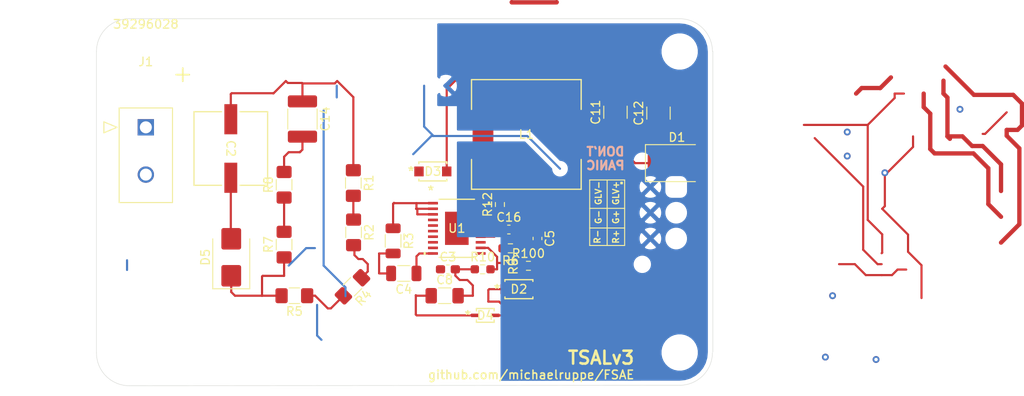
<source format=kicad_pcb>
(kicad_pcb (version 20221018) (generator pcbnew)
  (layers (0 "F.Cu" signal) (31 "B.Cu" signal) (34 "B.Paste" user) (35 "F.Paste" user) (36 "B.SilkS" user "B.Silkscreen") (37 "F.SilkS" user "F.Silkscreen") (38 "B.Mask" user) (39 "F.Mask" user) (44 "Edge.Cuts" user))
  (net 0 "")
  (net 1 "/+HV")
  (net 2 "Net-(R1-Pad2)")
  (net 3 "Net-(R7-Pad2)")
  (net 4 "/Vin")
  (net 5 "Net-(R2-Pad2)")
  (net 6 "Net-(R4-Pad2)")
  (net 7 "Net-(C4-Pad2)")
  (net 8 "Net-(C5-Pad1)")
  (net 9 "GND")
  (net 10 "Net-(U1-DCM)")
  (net 11 "Net-(D1-K)")
  (net 12 "Net-(U1-IREG{slash}SS)")
  (net 13 "Net-(U1-VC)")
  (net 14 "Net-(U1-FB)")
  (net 15 "Net-(U1-SOURCE)")
  (net 16 "Net-(U1-SMODE)")
  (net 19 "Net-(C3-Pad2)")
  (net 20 "Net-(U1-BIAS)")
  (net 21 "Net-(D2-Pad1)")
  (footprint "Resistor_SMD:R_1206_3216Metric_Pad1.42x1.75mm_HandSolder" (layer "F.Cu") (at 78.5368 81.7118 -135)
    (fp_text reference "R4" (at 0 -1.82 45) (layer "F.SilkS"))
    (fp_text value "249k")
    (fp_line (start -0.602064 -0.91) (end 0.602064 -0.91) (stroke (width 0.12)) (layer "F.SilkS"))
    (fp_line (start -0.602064 0.91) (end 0.602064 0.91) (stroke (width 0.12)) (layer "F.SilkS"))
    (pad "1" smd roundrect (at -1.4875 0 225) (size 1.425 1.75) (layers "F.Cu" "F.Paste" "F.Mask") (roundrect_rratio 0.175439) (net 5 "Net-(R2-Pad2)"))
    (pad "2" smd roundrect (at 1.4875 0 225) (size 1.425 1.75) (layers "F.Cu" "F.Paste" "F.Mask") (roundrect_rratio 0.175439) (net 6 "Net-(R4-Pad2)"))
  )
  (footprint "Resistor_SMD:R_1206_3216Metric_Pad1.42x1.75mm_HandSolder" (layer "F.Cu") (at 71.7804 82.7532 180)
    (fp_text reference "R5" (at 0 -1.82) (layer "F.SilkS"))
    (fp_text value "249k")
    (fp_line (start -0.602064 -0.91) (end 0.602064 -0.91) (stroke (width 0.12)) (layer "F.SilkS"))
    (fp_line (start -0.602064 0.91) (end 0.602064 0.91) (stroke (width 0.12)) (layer "F.SilkS"))
    (pad "1" smd roundrect (at -1.4875 0 180) (size 1.425 1.75) (layers "F.Cu" "F.Paste" "F.Mask") (roundrect_rratio 0.175439) (net 6 "Net-(R4-Pad2)"))
    (pad "2" smd roundrect (at 1.4875 0 180) (size 1.425 1.75) (layers "F.Cu" "F.Paste" "F.Mask") (roundrect_rratio 0.175439) (net 4 "/Vin"))
  )
  (footprint "Resistor_SMD:R_1206_3216Metric_Pad1.42x1.75mm_HandSolder" (layer "F.Cu") (at 78.6638 75.3872 -90)
    (fp_text reference "R2" (at 0 -1.82 90) (layer "F.SilkS"))
    (fp_text value "249k")
    (fp_line (start -0.602064 -0.91) (end 0.602064 -0.91) (stroke (width 0.12)) (layer "F.SilkS"))
    (fp_line (start -0.602064 0.91) (end 0.602064 0.91) (stroke (width 0.12)) (layer "F.SilkS"))
    (pad "1" smd roundrect (at -1.4875 0 270) (size 1.425 1.75) (layers "F.Cu" "F.Paste" "F.Mask") (roundrect_rratio 0.175439) (net 2 "Net-(R1-Pad2)"))
    (pad "2" smd roundrect (at 1.4875 0 270) (size 1.425 1.75) (layers "F.Cu" "F.Paste" "F.Mask") (roundrect_rratio 0.175439) (net 5 "Net-(R2-Pad2)"))
  )
  (footprint "Resistor_SMD:R_1206_3216Metric_Pad1.42x1.75mm_HandSolder" (layer "F.Cu") (at 70.5866 76.8096 90)
    (fp_text reference "R7" (at 0 -1.82 90) (layer "F.SilkS"))
    (fp_text value "20K")
    (fp_line (start -0.602064 -0.91) (end 0.602064 -0.91) (stroke (width 0.12)) (layer "F.SilkS"))
    (fp_line (start -0.602064 0.91) (end 0.602064 0.91) (stroke (width 0.12)) (layer "F.SilkS"))
    (pad "1" smd roundrect (at -1.4875 0 90) (size 1.425 1.75) (layers "F.Cu" "F.Paste" "F.Mask") (roundrect_rratio 0.175439) (net 4 "/Vin"))
    (pad "2" smd roundrect (at 1.4875 0 90) (size 1.425 1.75) (layers "F.Cu" "F.Paste" "F.Mask") (roundrect_rratio 0.175439) (net 3 "Net-(R7-Pad2)"))
  )
  (footprint "Resistor_SMD:R_1206_3216Metric_Pad1.42x1.75mm_HandSolder" (layer "F.Cu") (at 70.5866 69.85 90)
    (fp_text reference "R8" (at 0 -1.82 90) (layer "F.SilkS"))
    (fp_text value "1K")
    (fp_line (start -0.602064 -0.91) (end 0.602064 -0.91) (stroke (width 0.12)) (layer "F.SilkS"))
    (fp_line (start -0.602064 0.91) (end 0.602064 0.91) (stroke (width 0.12)) (layer "F.SilkS"))
    (pad "1" smd roundrect (at -1.4875 0 90) (size 1.425 1.75) (layers "F.Cu" "F.Paste" "F.Mask") (roundrect_rratio 0.175439) (net 3 "Net-(R7-Pad2)"))
    (pad "2" smd roundrect (at 1.4875 0 90) (size 1.425 1.75) (layers "F.Cu" "F.Paste" "F.Mask") (roundrect_rratio 0.175439) (net 9 "GND"))
  )
  (footprint "TSAL-HVM:SOD-123FL_425AD_OSI" (layer "F.Cu") (at 97.8916 81.9912)
    (fp_text reference "D2" (at 0 0 unlocked) (layer "F.SilkS"))
    (fp_text value "ES1JFL")
    (fp_text user "*" (at -2.54 0) (layer "F.SilkS"))
    (fp_text user "*" (at -2.54 0 unlocked) (layer "F.SilkS"))
    (fp_line (start -1.6256 -1.1049) (end -1.6256 -0.90424) (stroke (width 0.1524)) (layer "F.SilkS"))
    (fp_line (start -1.6256 0.90424) (end -1.6256 1.1049) (stroke (width 0.1524)) (layer "F.SilkS"))
    (fp_line (start -1.6256 1.1049) (end 1.6256 1.1049) (stroke (width 0.1524)) (layer "F.SilkS"))
    (fp_line (start 1.6256 -1.1049) (end -1.6256 -1.1049) (stroke (width 0.1524)) (layer "F.SilkS"))
    (fp_line (start 1.6256 -0.90424) (end 1.6256 -1.1049) (stroke (width 0.1524)) (layer "F.SilkS"))
    (fp_line (start 1.6256 1.1049) (end 1.6256 0.90424) (stroke (width 0.1524)) (layer "F.SilkS"))
    (pad "1" smd rect (at -1.6129 0) (size 1.0922 1.143) (layers "F.Cu" "F.Paste" "F.Mask") (net 21 "Net-(D2-Pad1)"))
    (pad "2" smd rect (at 1.6129 0) (size 1.0922 1.143) (layers "F.Cu" "F.Paste" "F.Mask") (net 11 "Net-(D1-K)"))
  )
  (footprint "Resistor_SMD:R_1206_3216Metric_Pad1.42x1.75mm_HandSolder" (layer "F.Cu") (at 78.6384 69.6468 -90)
    (fp_text reference "R1" (at 0 -1.82 90) (layer "F.SilkS"))
    (fp_text value "249k")
    (fp_line (start -0.602064 -0.91) (end 0.602064 -0.91) (stroke (width 0.12)) (layer "F.SilkS"))
    (fp_line (start -0.602064 0.91) (end 0.602064 0.91) (stroke (width 0.12)) (layer "F.SilkS"))
    (pad "1" smd roundrect (at -1.4875 0 270) (size 1.425 1.75) (layers "F.Cu" "F.Paste" "F.Mask") (roundrect_rratio 0.175439) (net 1 "/+HV"))
    (pad "2" smd roundrect (at 1.4875 0 270) (size 1.425 1.75) (layers "F.Cu" "F.Paste" "F.Mask") (roundrect_rratio 0.175439) (net 2 "Net-(R1-Pad2)"))
  )
  (footprint "MountingHole:MountingHole_3.2mm_M3" (layer "F.Cu") (at 116.586 89.356)
    (fp_text reference "MH4" hide)
    (fp_text value "MountingHole_3.2mm_M3")
    (pad "" np_thru_hole circle locked (at 0 0) (size 3.2 3.2) (drill 3.2) (layers "*.Cu" "*.Mask"))
  )
  (footprint "MountingHole:MountingHole_3.2mm_M3" (layer "F.Cu") (at 52.578 89.408)
    (fp_text reference "MH3" hide)
    (fp_text value "MountingHole_3.2mm_M3")
    (pad "" np_thru_hole circle locked (at 0 0) (size 3.2 3.2) (drill 3.2) (layers "*.Cu" "*.Mask"))
  )
  (footprint "MountingHole:MountingHole_3.2mm_M3" (layer "F.Cu") (at 116.586 54.356)
    (fp_text reference "MH2" hide)
    (fp_text value "MountingHole_3.2mm_M3")
    (pad "" np_thru_hole circle locked (at 0 0) (size 3.2 3.2) (drill 3.2) (layers "*.Cu" "*.Mask"))
  )
  (footprint "MountingHole:MountingHole_3.2mm_M3" (layer "F.Cu") (at 52.578 54.356)
    (fp_text reference "MH1" hide)
    (fp_text value "MountingHole_3.2mm_M3")
    (pad "" np_thru_hole circle locked (at 0 0) (size 3.2 3.2) (drill 3.2) (layers "*.Cu" "*.Mask"))
  )
  (footprint "Resistor_SMD:R_0201_0603Metric_Pad0.64x0.40mm_HandSolder" (layer "F.Cu") (at 96.1898 79.3503 -90)
    (fp_text reference "R9" (at 0 -1.05 90) (layer "F.SilkS"))
    (fp_text value "10.7K")
    (pad "1" smd roundrect (at -0.4075 0 270) (size 0.635 0.4) (layers "F.Cu" "F.Mask") (net 14 "Net-(U1-FB)"))
    (pad "2" smd roundrect (at 0.4075 0 270) (size 0.635 0.4) (layers "F.Cu" "F.Mask") (net 21 "Net-(D2-Pad1)"))
  )
  (footprint "TSAL-HVM:SOD-123FL_425AD_OSI" (layer "F.Cu") (at 87.884 68.3006)
    (fp_text reference "D3" (at 0 0 unlocked) (layer "F.SilkS"))
    (fp_text value "ES1JFL")
    (fp_text user "*" (at -2.54 0) (layer "F.SilkS"))
    (fp_text user "*" (at -2.54 0 unlocked) (layer "F.SilkS"))
    (fp_line (start -1.6256 -1.1049) (end -1.6256 -0.90424) (stroke (width 0.1524)) (layer "F.SilkS"))
    (fp_line (start -1.6256 0.90424) (end -1.6256 1.1049) (stroke (width 0.1524)) (layer "F.SilkS"))
    (fp_line (start -1.6256 1.1049) (end 1.6256 1.1049) (stroke (width 0.1524)) (layer "F.SilkS"))
    (fp_line (start 1.6256 -1.1049) (end -1.6256 -1.1049) (stroke (width 0.1524)) (layer "F.SilkS"))
    (fp_line (start 1.6256 -0.90424) (end 1.6256 -1.1049) (stroke (width 0.1524)) (layer "F.SilkS"))
    (fp_line (start 1.6256 1.1049) (end 1.6256 0.90424) (stroke (width 0.1524)) (layer "F.SilkS"))
    (pad "1" smd rect (at -1.6129 0) (size 1.0922 1.143) (layers "F.Cu" "F.Paste" "F.Mask") (net 19 "Net-(C3-Pad2)"))
    (pad "2" smd rect (at 1.6129 0) (size 1.0922 1.143) (layers "F.Cu" "F.Paste" "F.Mask") (net 9 "GND"))
  )
  (footprint "Resistor_SMD:R_1206_3216Metric" (layer "F.Cu") (at 83.2612 76.3778 -90)
    (fp_text reference "R3" (at 0 -1.82 90) (layer "F.SilkS"))
    (fp_text value "4.99K")
    (fp_line (start -0.727064 -0.91) (end 0.727064 -0.91) (stroke (width 0.12)) (layer "F.SilkS"))
    (fp_line (start -0.727064 0.91) (end 0.727064 0.91) (stroke (width 0.12)) (layer "F.SilkS"))
    (pad "1" smd roundrect (at -1.4625 0 270) (size 1.125 1.75) (layers "F.Cu" "F.Paste" "F.Mask") (roundrect_rratio 0.222222) (net 1 "/+HV"))
    (pad "2" smd roundrect (at 1.4625 0 270) (size 1.125 1.75) (layers "F.Cu" "F.Paste" "F.Mask") (roundrect_rratio 0.222222) (net 7 "Net-(C4-Pad2)"))
  )
  (footprint "Resistor_SMD:R_0603_1608Metric" (layer "F.Cu") (at 95.6818 72.1482 90)
    (fp_text reference "R12" (at 0 -1.43 90) (layer "F.SilkS"))
    (fp_text value ".33")
    (fp_line (start -0.237258 -0.5225) (end 0.237258 -0.5225) (stroke (width 0.12)) (layer "F.SilkS"))
    (fp_line (start -0.237258 0.5225) (end 0.237258 0.5225) (stroke (width 0.12)) (layer "F.SilkS"))
    (pad "1" smd roundrect (at -0.825 0 90) (size 0.8 0.95) (layers "F.Cu" "F.Paste" "F.Mask") (net 15 "Net-(U1-SOURCE)"))
    (pad "2" smd roundrect (at 0.825 0 90) (size 0.8 0.95) (layers "F.Cu" "F.Paste" "F.Mask") (net 19 "Net-(C3-Pad2)"))
  )
  (footprint "TSAL-HVM:IND_1210-WE-PD_WRE" (layer "F.Cu") (at 98.7552 63.997598)
    (fp_text reference "L1" (at 0 0 unlocked) (layer "F.SilkS"))
    (fp_text value "7447709152")
    (fp_line (start -6.3754 -6.3754) (end -6.3754 -2.91105) (stroke (width 0.1524)) (layer "F.SilkS"))
    (fp_line (start -6.3754 2.91105) (end -6.3754 6.3754) (stroke (width 0.1524)) (layer "F.SilkS"))
    (fp_line (start -6.3754 6.3754) (end 6.3754 6.3754) (stroke (width 0.1524)) (layer "F.SilkS"))
    (fp_line (start 6.3754 -6.3754) (end -6.3754 -6.3754) (stroke (width 0.1524)) (layer "F.SilkS"))
    (fp_line (start 6.3754 -2.91105) (end 6.3754 -6.3754) (stroke (width 0.1524)) (layer "F.SilkS"))
    (fp_line (start 6.3754 6.3754) (end 6.3754 2.91105) (stroke (width 0.1524)) (layer "F.SilkS"))
    (pad "1" smd rect (at -5.0419 0) (size 2.413 5.207) (layers "F.Cu" "F.Paste" "F.Mask") (net 19 "Net-(C3-Pad2)"))
    (pad "2" smd rect (at 5.0419 0) (size 2.413 5.207) (layers "F.Cu" "F.Paste" "F.Mask") (net 11 "Net-(D1-K)"))
  )
  (footprint "Capacitor_SMD:C_1812_4532Metric" (layer "F.Cu") (at 72.7202 62.2046 -90)
    (fp_text reference "C14" (at 0 -2.65 90) (layer "F.SilkS"))
    (fp_text value "0.47uF 450V")
    (fp_line (start -1.161252 -1.71) (end 1.161252 -1.71) (stroke (width 0.12)) (layer "F.SilkS"))
    (fp_line (start -1.161252 1.71) (end 1.161252 1.71) (stroke (width 0.12)) (layer "F.SilkS"))
    (pad "1" smd roundrect (at -2.05 0 270) (size 1.4 3.4) (layers "F.Cu" "F.Paste" "F.Mask") (roundrect_rratio 0.178571) (net 1 "/+HV"))
    (pad "2" smd roundrect (at 2.05 0 270) (size 1.4 3.4) (layers "F.Cu" "F.Paste" "F.Mask") (roundrect_rratio 0.178571) (net 9 "GND"))
  )
  (footprint "Resistor_SMD:R_0603_1608Metric" (layer "F.Cu") (at 98.997 79.2734)
    (fp_text reference "R100" (at 0 -1.43) (layer "F.SilkS"))
    (fp_text value "0")
    (fp_line (start -0.237258 -0.5225) (end 0.237258 -0.5225) (stroke (width 0.12)) (layer "F.SilkS"))
    (fp_line (start -0.237258 0.5225) (end 0.237258 0.5225) (stroke (width 0.12)) (layer "F.SilkS"))
    (pad "1" smd roundrect (at -0.825 0) (size 0.8 0.95) (layers "F.Cu" "F.Paste" "F.Mask") (net 16 "Net-(U1-SMODE)"))
    (pad "2" smd roundrect (at 0.825 0) (size 0.8 0.95) (layers "F.Cu" "F.Paste" "F.Mask") (net 4 "/Vin"))
  )
  (footprint "Capacitor_SMD:C_1210_3225Metric_Pad1.33x2.70mm_HandSolder" (layer "F.Cu") (at 114.1222 61.5188 90)
    (fp_text reference "C12" (at 0 -2.3 90) (layer "F.SilkS"))
    (fp_text value "22uF 16V")
    (fp_line (start -0.711252 -1.36) (end 0.711252 -1.36) (stroke (width 0.12)) (layer "F.SilkS"))
    (fp_line (start -0.711252 1.36) (end 0.711252 1.36) (stroke (width 0.12)) (layer "F.SilkS"))
    (pad "1" smd roundrect (at -1.5625 0 90) (size 1.325 2.7) (layers "F.Cu" "F.Paste" "F.Mask") (roundrect_rratio 0.188679) (net 11 "Net-(D1-K)"))
    (pad "2" smd roundrect (at 1.5625 0 90) (size 1.325 2.7) (layers "F.Cu" "F.Paste" "F.Mask") (roundrect_rratio 0.188679) (net 9 "GND"))
  )
  (footprint "Capacitor_SMD:C_1206_3216Metric_Pad1.33x1.80mm_HandSolder" (layer "F.Cu") (at 89.2556 82.7532)
    (fp_text reference "C8" (at 0 -1.85) (layer "F.SilkS"))
    (fp_text value "10uF 25V")
    (fp_line (start -0.711252 -0.91) (end 0.711252 -0.91) (stroke (width 0.12)) (layer "F.SilkS"))
    (fp_line (start -0.711252 0.91) (end 0.711252 0.91) (stroke (width 0.12)) (layer "F.SilkS"))
    (pad "1" smd roundrect (at -1.5625 0) (size 1.325 1.8) (layers "F.Cu" "F.Paste" "F.Mask") (roundrect_rratio 0.188679) (net 20 "Net-(U1-BIAS)"))
    (pad "2" smd roundrect (at 1.5625 0) (size 1.325 1.8) (layers "F.Cu" "F.Paste" "F.Mask") (roundrect_rratio 0.188679) (net 19 "Net-(C3-Pad2)"))
  )
  (footprint "Diode_SMD:D_SMB" (layer "F.Cu") (at 116.2648 67.3354)
    (fp_text reference "D1" (at 0 -3) (layer "F.SilkS"))
    (fp_text value "~")
    (fp_line (start -3.66 -2.15) (end -3.66 2.15) (stroke (width 0.12)) (layer "F.SilkS"))
    (fp_line (start -3.66 -2.15) (end 2.15 -2.15) (stroke (width 0.12)) (layer "F.SilkS"))
    (fp_line (start -3.66 2.15) (end 2.15 2.15) (stroke (width 0.12)) (layer "F.SilkS"))
    (pad "1" smd roundrect (at -2.15 0) (size 2.5 2.3) (layers "F.Cu" "F.Paste" "F.Mask") (roundrect_rratio 0.1086956522) (net 11 "Net-(D1-K)"))
    (pad "2" smd roundrect (at 2.15 0) (size 2.5 2.3) (layers "F.Cu" "F.Paste" "F.Mask") (roundrect_rratio 0.1086956522) (net 9 "GND"))
  )
  (footprint "Capacitor_SMD:C_1206_3216Metric" (layer "F.Cu") (at 84.5058 80.1624 180)
    (fp_text reference "C4" (at 0 -1.85) (layer "F.SilkS"))
    (fp_text value "10pF 630V")
    (fp_line (start -0.711252 -0.91) (end 0.711252 -0.91) (stroke (width 0.12)) (layer "F.SilkS"))
    (fp_line (start -0.711252 0.91) (end 0.711252 0.91) (stroke (width 0.12)) (layer "F.SilkS"))
    (pad "1" smd roundrect (at -1.475 0 180) (size 1.15 1.8) (layers "F.Cu" "F.Paste" "F.Mask") (roundrect_rratio 0.217391) (net 10 "Net-(U1-DCM)"))
    (pad "2" smd roundrect (at 1.475 0 180) (size 1.15 1.8) (layers "F.Cu" "F.Paste" "F.Mask") (roundrect_rratio 0.217391) (net 7 "Net-(C4-Pad2)"))
  )
  (footprint "Resistor_SMD:R_0603_1608Metric_Pad0.98x0.95mm_HandSolder" (layer "F.Cu") (at 93.6752 79.6798)
    (fp_text reference "R10" (at 0 -1.43) (layer "F.SilkS"))
    (fp_text value "1.24K")
    (fp_line (start -0.254724 -0.5225) (end 0.254724 -0.5225) (stroke (width 0.12)) (layer "F.SilkS"))
    (fp_line (start -0.254724 0.5225) (end 0.254724 0.5225) (stroke (width 0.12)) (layer "F.SilkS"))
    (pad "1" smd roundrect (at -0.9125 0) (size 0.975 0.95) (layers "F.Cu" "F.Paste" "F.Mask") (net 19 "Net-(C3-Pad2)"))
    (pad "2" smd roundrect (at 0.9125 0) (size 0.975 0.95) (layers "F.Cu" "F.Paste" "F.Mask") (net 14 "Net-(U1-FB)"))
  )
  (footprint "Diode_SMD:D_SMB" (layer "F.Cu") (at 64.4398 78.2828 90)
    (fp_text reference "D5" (at 0 -3 90) (layer "F.SilkS"))
    (fp_text value "~")
    (fp_line (start -3.66 -2.15) (end -3.66 2.15) (stroke (width 0.12)) (layer "F.SilkS"))
    (fp_line (start -3.66 -2.15) (end 2.15 -2.15) (stroke (width 0.12)) (layer "F.SilkS"))
    (fp_line (start -3.66 2.15) (end 2.15 2.15) (stroke (width 0.12)) (layer "F.SilkS"))
    (pad "1" smd roundrect (at -2.15 0 90) (size 2.5 2.3) (layers "F.Cu" "F.Paste" "F.Mask") (roundrect_rratio 0.1086956522) (net 4 "/Vin"))
    (pad "2" smd roundrect (at 2.15 0 90) (size 2.5 2.3) (layers "F.Cu" "F.Paste" "F.Mask") (roundrect_rratio 0.1086956522) (net 9 "GND"))
  )
  (footprint "Capacitor_SMD:C_0603_1608Metric_Pad1.08x0.95mm_HandSolder" (layer "F.Cu") (at 96.7232 75.057)
    (fp_text reference "C16" (at 0 -1.43) (layer "F.SilkS"))
    (fp_text value "0.1uF")
    (fp_line (start -0.146267 -0.51) (end 0.146267 -0.51) (stroke (width 0.12)) (layer "F.SilkS"))
    (fp_line (start -0.146267 0.51) (end 0.146267 0.51) (stroke (width 0.12)) (layer "F.SilkS"))
    (pad "1" smd roundrect (at -0.8625 0) (size 1.075 0.95) (layers "F.Cu" "F.Paste" "F.Mask") (net 12 "Net-(U1-IREG{slash}SS)"))
    (pad "2" smd roundrect (at 0.8625 0) (size 1.075 0.95) (layers "F.Cu" "F.Paste" "F.Mask") (net 4 "/Vin"))
  )
  (footprint "TSAL-HVM:FE_20_ADI-L" (layer "F.Cu") (at 90.67165 74.915598)
    (fp_text reference "U1" (at 0 0 unlocked) (layer "F.SilkS"))
    (fp_text value "LT8315EFE-PBF")
    (fp_text user "*" (at -3.02895 -4.372801) (layer "F.SilkS"))
    (fp_text user "*" (at -3.02895 -4.372801 unlocked) (layer "F.SilkS"))
    (fp_line (start -2.054854 3.3782) (end 2.054848 3.3782) (stroke (width 0.1524)) (layer "F.SilkS"))
    (fp_line (start 2.054854 -3.3782) (end -2.054848 -3.3782) (stroke (width 0.1524)) (layer "F.SilkS"))
    (fp_poly (pts (xy -3.8608 2.734498) (xy -3.8608 3.115498) (xy -3.6068 3.115498) (xy -3.6068 2.734498)) (fill solid) (layer "F.SilkS"))
    (fp_poly (pts (xy 3.8608 -3.115498) (xy 3.8608 -2.734498) (xy 3.6068 -2.734498) (xy 3.6068 -3.115498)) (fill solid) (layer "F.SilkS"))
    (pad "1" smd rect (at -2.77495 -2.925) (size 1.1557 0.3048) (layers "F.Cu" "F.Paste" "F.Mask") (net 1 "/+HV"))
    (pad "2" smd rect (at -2.77495 -2.274999) (size 1.1557 0.3048) (layers "F.Cu" "F.Paste" "F.Mask") (net 1 "/+HV"))
    (pad "3" smd rect (at -2.77495 -1.625001) (size 1.1557 0.3048) (layers "F.Cu" "F.Paste" "F.Mask") (net 1 "/+HV"))
    (pad "4" smd rect (at -2.77495 -0.974999) (size 1.1557 0.3048) (layers "F.Cu" "F.Paste" "F.Mask"))
    (pad "5" smd rect (at -2.77495 -0.325001) (size 1.1557 0.3048) (layers "F.Cu" "F.Paste" "F.Mask"))
    (pad "6" smd rect (at -2.77495 0.324998) (size 1.1557 0.3048) (layers "F.Cu" "F.Paste" "F.Mask"))
    (pad "7" smd rect (at -2.77495 0.974999) (size 1.1557 0.3048) (layers "F.Cu" "F.Paste" "F.Mask"))
    (pad "8" smd rect (at -2.77495 1.624998) (size 1.1557 0.3048) (layers "F.Cu" "F.Paste" "F.Mask") (net 4 "/Vin"))
    (pad "9" smd rect (at -2.77495 2.274999) (size 1.1557 0.3048) (layers "F.Cu" "F.Paste" "F.Mask") (net 20 "Net-(U1-BIAS)"))
    (pad "10" smd rect (at -2.77495 2.924998) (size 1.1557 0.3048) (layers "F.Cu" "F.Paste" "F.Mask") (net 10 "Net-(U1-DCM)"))
    (pad "11" smd rect (at 2.77495 2.925) (size 1.1557 0.3048) (layers "F.Cu" "F.Paste" "F.Mask"))
    (pad "12" smd rect (at 2.77495 2.275002) (size 1.1557 0.3048) (layers "F.Cu" "F.Paste" "F.Mask") (net 14 "Net-(U1-FB)"))
    (pad "13" smd rect (at 2.77495 1.625001) (size 1.1557 0.3048) (layers "F.Cu" "F.Paste" "F.Mask") (net 13 "Net-(U1-VC)"))
    (pad "14" smd rect (at 2.77495 0.975002) (size 1.1557 0.3048) (layers "F.Cu" "F.Paste" "F.Mask") (net 12 "Net-(U1-IREG{slash}SS)"))
    (pad "15" smd rect (at 2.77495 0.325001) (size 1.1557 0.3048) (layers "F.Cu" "F.Paste" "F.Mask") (net 19 "Net-(C3-Pad2)"))
    (pad "16" smd rect (at 2.77495 -0.324998) (size 1.1557 0.3048) (layers "F.Cu" "F.Paste" "F.Mask") (net 16 "Net-(U1-SMODE)"))
    (pad "17" smd rect (at 2.77495 -0.974999) (size 1.1557 0.3048) (layers "F.Cu" "F.Paste" "F.Mask") (net 4 "/Vin"))
    (pad "18" smd rect (at 2.77495 -1.624998) (size 1.1557 0.3048) (layers "F.Cu" "F.Paste" "F.Mask") (net 15 "Net-(U1-SOURCE)"))
    (pad "19" smd rect (at 2.77495 -2.274999) (size 1.1557 0.3048) (layers "F.Cu" "F.Paste" "F.Mask"))
    (pad "20" smd rect (at 2.77495 -2.924998) (size 1.1557 0.3048) (layers "F.Cu" "F.Paste" "F.Mask") (net 19 "Net-(C3-Pad2)"))
    (pad "21" smd rect (at 0 0) (size 2.7432 3.8608) (layers "F.Cu" "F.Mask") (net 19 "Net-(C3-Pad2)"))
  )
  (footprint "TSAL-HVM:CAP_ULH_8X10_NCH" (layer "F.Cu") (at 64.389 65.6336 -90)
    (fp_text reference "C2" (at 0 0 -90 unlocked) (layer "F.SilkS"))
    (fp_text value "3.3uF")
    (fp_line (start -4.2799 -4.2799) (end -4.2799 -1.08204) (stroke (width 0.1524)) (layer "F.SilkS"))
    (fp_line (start -4.2799 1.08204) (end -4.2799 4.2799) (stroke (width 0.1524)) (layer "F.SilkS"))
    (fp_line (start -4.2799 4.2799) (end 4.2799 4.2799) (stroke (width 0.1524)) (layer "F.SilkS"))
    (fp_line (start 4.2799 -4.2799) (end -4.2799 -4.2799) (stroke (width 0.1524)) (layer "F.SilkS"))
    (fp_line (start 4.2799 -1.08204) (end 4.2799 -4.2799) (stroke (width 0.1524)) (layer "F.SilkS"))
    (fp_line (start 4.2799 4.2799) (end 4.2799 1.08204) (stroke (width 0.1524)) (layer "F.SilkS"))
    (pad "1" smd rect (at -3.4036 0 270) (size 3.5052 1.4986) (layers "F.Cu" "F.Paste" "F.Mask") (net 1 "/+HV"))
    (pad "2" smd rect (at 3.4036 0 270) (size 3.5052 1.4986) (layers "F.Cu" "F.Paste" "F.Mask") (net 9 "GND"))
  )
  (footprint "Capacitor_SMD:C_1210_3225Metric_Pad1.33x2.70mm_HandSolder" (layer "F.Cu") (at 109.1184 61.4172 90)
    (fp_text reference "C11" (at 0 -2.3 90) (layer "F.SilkS"))
    (fp_text value "22uF 16V")
    (fp_line (start -0.711252 -1.36) (end 0.711252 -1.36) (stroke (width 0.12)) (layer "F.SilkS"))
    (fp_line (start -0.711252 1.36) (end 0.711252 1.36) (stroke (width 0.12)) (layer "F.SilkS"))
    (pad "1" smd roundrect (at -1.5625 0 90) (size 1.325 2.7) (layers "F.Cu" "F.Paste" "F.Mask") (roundrect_rratio 0.188679) (net 11 "Net-(D1-K)"))
    (pad "2" smd roundrect (at 1.5625 0 90) (size 1.325 2.7) (layers "F.Cu" "F.Paste" "F.Mask") (roundrect_rratio 0.188679) (net 9 "GND"))
  )
  (footprint "Capacitor_SMD:C_0603_1608Metric_Pad1.08x0.95mm_HandSolder" (layer "F.Cu") (at 100.0506 76.0973 -90)
    (fp_text reference "C5" (at 0 -1.43 90) (layer "F.SilkS"))
    (fp_text value "0.33uF")
    (fp_line (start -0.146267 -0.51) (end 0.146267 -0.51) (stroke (width 0.12)) (layer "F.SilkS"))
    (fp_line (start -0.146267 0.51) (end 0.146267 0.51) (stroke (width 0.12)) (layer "F.SilkS"))
    (pad "1" smd roundrect (at -0.8625 0 270) (size 1.075 0.95) (layers "F.Cu" "F.Paste" "F.Mask") (net 8 "Net-(C5-Pad1)"))
    (pad "2" smd roundrect (at 0.8625 0 270) (size 1.075 0.95) (layers "F.Cu" "F.Paste" "F.Mask") (net 11 "Net-(D1-K)"))
  )
  (footprint "Capacitor_SMD:C_0603_1608Metric_Pad1.08x0.95mm_HandSolder" (layer "F.Cu") (at 89.6366 79.6798)
    (fp_text reference "C3" (at 0 -1.43) (layer "F.SilkS"))
    (fp_text value "10uF 25V")
    (fp_line (start -0.146267 -0.51) (end 0.146267 -0.51) (stroke (width 0.12)) (layer "F.SilkS"))
    (fp_line (start -0.146267 0.51) (end 0.146267 0.51) (stroke (width 0.12)) (layer "F.SilkS"))
    (pad "1" smd roundrect (at -0.8625 0) (size 1.075 0.95) (layers "F.Cu" "F.Paste" "F.Mask") (net 4 "/Vin"))
    (pad "2" smd roundrect (at 0.8625 0) (size 1.075 0.95) (layers "F.Cu" "F.Paste" "F.Mask") (net 19 "Net-(C3-Pad2)"))
  )
  (footprint "TSAL-HVM:SDO_CMDSH2-3 TR PBFREE_CNS" (layer "F.Cu") (at 93.98 85.0392)
    (fp_text reference "D4" (at 0 0 unlocked) (layer "F.SilkS"))
    (fp_text value "CMDSH2-3 TR PBFREE")
    (fp_text user "*" (at -2.032 0 unlocked) (layer "F.SilkS"))
    (fp_text user "*" (at -2.032 0) (layer "F.SilkS"))
    (fp_line (start -1.0287 -0.8001) (end -1.0287 -0.53594) (stroke (width 0.1524)) (layer "F.SilkS"))
    (fp_line (start -1.0287 0.53594) (end -1.0287 0.8001) (stroke (width 0.1524)) (layer "F.SilkS"))
    (fp_line (start -1.0287 0.8001) (end 1.0287 0.8001) (stroke (width 0.1524)) (layer "F.SilkS"))
    (fp_line (start 1.0287 -0.8001) (end -1.0287 -0.8001) (stroke (width 0.1524)) (layer "F.SilkS"))
    (fp_line (start 1.0287 -0.53594) (end 1.0287 -0.8001) (stroke (width 0.1524)) (layer "F.SilkS"))
    (fp_line (start 1.0287 0.8001) (end 1.0287 0.53594) (stroke (width 0.1524)) (layer "F.SilkS"))
    (pad "1" smd rect (at -1.1938 0) (size 0.9144 0.4064) (layers "F.Cu" "F.Paste" "F.Mask") (net 20 "Net-(U1-BIAS)"))
    (pad "2" smd rect (at 1.1938 0) (size 0.9144 0.4064) (layers "F.Cu" "F.Paste" "F.Mask") (net 21 "Net-(D2-Pad1)"))
  )
  (footprint "TSAL-HVM:CON_39296028" (layer "F.Cu") (at 54.5084 63.1698)
    (fp_text reference "J1" (at 0 -7.62 unlocked) (layer "F.SilkS"))
    (fp_text value "39296028")
    (fp_text user "39296028" (at 0 -11.989999 unlocked) (layer "F.SilkS"))
    (fp_line (start -4.877994 -0.635) (end -4.877994 0.635) (stroke (width 0.127)) (layer "F.SilkS"))
    (fp_line (start -4.877994 0.635) (end -3.353994 0) (stroke (width 0.127)) (layer "F.SilkS"))
    (fp_line (start -3.353994 0) (end -4.877994 -0.635) (stroke (width 0.127)) (layer "F.SilkS"))
    (fp_line (start -3.099994 -2.250001) (end -3.099994 8.75) (stroke (width 0.127)) (layer "F.SilkS"))
    (fp_line (start -3.099994 8.75) (end 3.099994 8.75) (stroke (width 0.127)) (layer "F.SilkS"))
    (fp_line (start 3.099994 -2.250001) (end -3.099994 -2.250001) (stroke (width 0.127)) (layer "F.SilkS"))
    (fp_line (start 3.099994 8.75) (end 3.099994 -2.250001) (stroke (width 0.127)) (layer "F.SilkS"))
    (pad "1" thru_hole rect (at 0 0) (size 1.9 1.9) (drill 1.4) (layers "*.Cu" "*.Mask") (net 1 "/+HV"))
    (pad "2" thru_hole circle (at 0 5.499999) (size 1.9 1.9) (drill 1.4) (layers "*.Cu" "*.Mask") (net 9 "GND"))
  )
  (footprint "Resistor_SMD:R_0603_1608Metric_Pad0.98x0.95mm_HandSolder" (layer "F.Cu") (at 96.901 77.2414 180)
    (fp_text reference "R6" (at 0 -1.43) (layer "F.SilkS"))
    (fp_text value "22.1K")
    (fp_line (start -0.254724 -0.5225) (end 0.254724 -0.5225) (stroke (width 0.12)) (layer "F.SilkS"))
    (fp_line (start -0.254724 0.5225) (end 0.254724 0.5225) (stroke (width 0.12)) (layer "F.SilkS"))
    (pad "1" smd roundrect (at -0.9125 0 180) (size 0.975 0.95) (layers "F.Cu" "F.Paste" "F.Mask") (net 8 "Net-(C5-Pad1)"))
    (pad "2" smd roundrect (at 0.9125 0 180) (size 0.975 0.95) (layers "F.Cu" "F.Paste" "F.Mask") (net 13 "Net-(U1-VC)"))
  )
  (gr_line (start 106.1212 76.9112) (end 106.1212 69.2912) (stroke (width 0.12)) (layer "F.SilkS"))
  (gr_line (start 106.1212 72.5932) (end 110.1852 72.5932) (stroke (width 0.12)) (layer "F.SilkS"))
  (gr_line (start 110.1852 69.2912) (end 110.1852 76.9112) (stroke (width 0.12)) (layer "F.SilkS"))
  (gr_poly (pts (xy 109.728 69.5452) (xy 109.9312 69.5452) (xy 109.9312 69.7484) (xy 109.728 69.7484)) (stroke (width 0.1)) (fill solid) (layer "F.SilkS"))
  (gr_line (start 108.1532 76.9112) (end 108.1532 69.2912) (stroke (width 0.12)) (layer "F.SilkS"))
  (gr_line (start 106.1212 69.2912) (end 110.1852 69.2912) (stroke (width 0.12)) (layer "F.SilkS"))
  (gr_line (start 110.1852 74.8792) (end 106.1212 74.8792) (stroke (width 0.12)) (layer "F.SilkS"))
  (gr_line (start 110.1852 76.9112) (end 106.1212 76.9112) (stroke (width 0.12)) (layer "F.SilkS"))
  (gr_line (start 120.4468 54.3058) (end 120.4468 89.3058) (stroke (width 0.05)) (layer "Edge.Cuts"))
  (gr_line (start 116.586 93.166) (end 52.578 93.218) (stroke (width 0.05)) (layer "Edge.Cuts"))
  (gr_line (start 48.768 89.408) (end 48.768 54.356) (stroke (width 0.05)) (layer "Edge.Cuts"))
  (gr_line (start 52.578 50.546) (end 116.586 50.546) (stroke (width 0.05)) (layer "Edge.Cuts"))
  (gr_arc (start 120.396 89.356) (mid 119.280077 92.050077) (end 116.586 93.166) (stroke (width 0.05)) (layer "Edge.Cuts"))
  (gr_arc (start 48.768 54.356) (mid 49.883923 51.661923) (end 52.578 50.546) (stroke (width 0.05)) (layer "Edge.Cuts"))
  (gr_arc (start 52.578 93.218) (mid 49.883923 92.102077) (end 48.768 89.408) (stroke (width 0.05)) (layer "Edge.Cuts"))
  (gr_arc (start 116.586 50.546) (mid 119.280077 51.661923) (end 120.396 54.356) (stroke (width 0.05)) (layer "Edge.Cuts"))
  (gr_text "DON'T\nPANIC" (at 107.95 66.802) (layer "B.SilkS") (effects (font (size 1 1) (thickness 0.25)) (justify mirror)))
  (gr_text "G-" (at 107.1372 73.6092 90) (layer "F.SilkS") (effects (font (size 0.7 0.7))))
  (gr_text "GLV-" (at 107.1372 70.8152 90) (layer "F.SilkS") (effects (font (size 0.7 0.7))))
  (gr_text "R-" (at 107.0102 75.8952 90) (layer "F.SilkS") (effects (font (size 0.7 0.7))))
  (gr_text "github.com/michaelruppe/FSAE" (at 99.314 91.948) (layer "F.SilkS") (effects (font (size 1 1) (thickness 0.17))))
  (gr_text "TSALv3" (at 107.442 89.9668) (layer "F.SilkS") (effects (font (size 1.5 1.5) (thickness 0.3))))
  (gr_text "+" (at 58.801 56.896) (layer "F.SilkS") (effects (font (size 2 2) (thickness 0.2))))
  (gr_text "GLV+" (at 109.1692 70.8152 90) (layer "F.SilkS") (effects (font (size 0.7 0.7))))
  (gr_text "R+" (at 109.1692 75.8952 90) (layer "F.SilkS") (effects (font (size 0.7 0.7))))
  (gr_text "G+" (at 109.1692 73.6092 90) (layer "F.SilkS") (effects (font (size 0.7 0.7))))
  (segment (start 148.0094 64.5115) (end 147.7234 64.2255) (width 0.5) (layer "F.Cu") (net 0))
  (segment (start 156.0866 74.4419) (end 153.953 76.5755) (width 0.5) (layer "F.Cu") (net 0))
  (segment (start 143.7234 64.2255) (end 143.7234 65.4508) (width 0.25) (layer "F.Cu") (net 0))
  (segment (start 143.1411 75.6497) (end 143.1411 77.6452) (width 0.25) (layer "F.Cu") (net 0))
  (segment (start 151.8194 65.3431) (end 150.591 65.3431) (width 0.5) (layer "F.Cu") (net 0))
  (segment (start 143.7234 65.4508) (end 140.7185 68.4557) (width 0.25) (layer "F.Cu") (net 0))
  (segment (start 138.2304 80.3545) (end 140.0704 80.3545) (width 0.25) (layer "F.Cu") (net 0))
  (segment (start 154.6134 61.4225) (end 152.1009 63.935) (width 0.25) (layer "F.Cu") (net 0))
  (segment (start 140.0704 77.8145) (end 140.1354 77.7495) (width 0.25) (layer "F.Cu") (net 0))
  (segment (start 156.3914 60.4155) (end 156.3914 62.9555) (width 0.5) (layer "F.Cu") (net 0))
  (segment (start 150.8034 59.3995) (end 148.0094 56.6055) (width 0.25) (layer "F.Cu") (net 0))
  (segment (start 152.4798 72.1023) (end 152.4798 67.9339) (width 0.5) (layer "F.Cu") (net 0))
  (segment (start 153.953 67.4767) (end 151.8194 65.3431) (width 0.5) (layer "F.Cu") (net 0))
  (segment (start 155.8744 63.4725) (end 156.3914 62.9555) (width 0.5) (layer "F.Cu") (net 0))
  (segment (start 139.8814 58.601) (end 137.7479 58.601) (width 0.5) (layer "F.Cu") (net 0))
  (segment (start 140.7185 68.4557) (end 140.4444 68.4557) (width 0.25) (layer "F.Cu") (net 0))
  (segment (start 140.1354 77.7495) (end 140.1354 75.619) (width 0.25) (layer "F.Cu") (net 0))
  (segment (start 143.1411 77.6452) (end 144.7074 79.2115) (width 0.25) (layer "F.Cu") (net 0))
  (segment (start 149.4734 64.2255) (end 147.7234 64.2255) (width 0.5) (layer "F.Cu") (net 0))
  (segment (start 97.0542 48.6152) (end 97.08 48.641) (width 0.5) (layer "F.Cu") (net 0))
  (segment (start 156.0866 65.6207) (end 156.0866 74.4419) (width 0.5) (layer "F.Cu") (net 0))
  (segment (start 147.2614 57.7475) (end 147.2614 59.2475) (width 0.5) (layer "F.Cu") (net 0))
  (segment (start 142.6614 59.2475) (end 141.5861 59.2475) (width 0.25) (layer "F.Cu") (net 0))
  (segment (start 135.1204 79.0845) (end 136.9604 79.0845) (width 0.25) (layer "F.Cu") (net 0))
  (segment (start 150.7526 66.2067) (end 146.2314 66.2067) (width 0.5) (layer "F.Cu") (net 0))
  (segment (start 147.7234 64.2255) (end 147.7234 59.7095) (width 0.5) (layer "F.Cu") (net 0))
  (segment (start 152.4798 67.9339) (end 150.7526 66.2067) (width 0.5) (layer "F.Cu") (net 0))
  (segment (start 155.3754 59.3995) (end 156.3914 60.4155) (width 0.5) (layer "F.Cu") (net 0))
  (segment (start 141.9224 79.7105) (end 142.9294 79.7105) (width 0.25) (layer "F.Cu") (net 0))
  (segment (start 102.2604 48.641) (end 102.2862 48.6152) (width 0.5) (layer "F.Cu") (net 0))
  (segment (start 138.4554 73.939) (end 140.1354 75.619) (width 0.25) (layer "F.Cu") (net 0))
  (segment (start 97.08 48.641) (end 102.2604 48.641) (width 0.5) (layer "F.Cu") (net 0))
  (segment (start 141.2784 80.3545) (end 141.9224 79.7105) (width 0.25) (layer "F.Cu") (net 0))
  (segment (start 153.953 73.5755) (end 152.4798 72.1023) (width 0.5) (layer "F.Cu") (net 0))
  (segment (start 152.1009 63.935) (end 151.8194 63.935) (width 0.25) (layer "F.Cu") (net 0))
  (segment (start 150.591 65.3431) (end 149.4734 64.2255) (width 0.5) (layer "F.Cu") (net 0))
  (segment (start 153.953 70.5755) (end 153.953 67.4767) (width 0.5) (layer "F.Cu") (net 0))
  (segment (start 144.7074 79.2115) (end 144.7074 83.0215) (width 0.25) (layer "F.Cu") (net 0))
  (segment (start 140.1354 72.644) (end 143.1411 75.6497) (width 0.25) (layer "F.Cu") (net 0))
  (segment (start 136.9604 79.0845) (end 138.2304 80.3545) (width 0.25) (layer "F.Cu") (net 0))
  (segment (start 140.4444 72.335) (end 140.1354 72.644) (width 0.25) (layer "F.Cu") (net 0))
  (segment (start 137.7479 58.601) (end 137.1014 59.2475) (width 0.5) (layer "F.Cu") (net 0))
  (segment (start 145.7234 65.6987) (end 145.7234 61.581498) (width 0.5) (layer "F.Cu") (net 0))
  (segment (start 140.4444 68.4557) (end 140.4444 72.335) (width 0.25) (layer "F.Cu") (net 0))
  (segment (start 145.7234 61.581498) (end 144.9614 60.819498) (width 0.5) (layer "F.Cu") (net 0))
  (segment (start 132.2907 64.4268) (end 137.9253 70.0614) (width 0.25) (layer "F.Cu") (net 0))
  (segment (start 139.9179 58.601) (end 141.1514 57.3675) (width 0.5) (layer "F.Cu") (net 0))
  (segment (start 131.0289 62.8904) (end 138.4554 62.8904) (width 0.25) (layer "F.Cu") (net 0))
  (segment (start 146.2314 66.2067) (end 145.7234 65.6987) (width 0.5) (layer "F.Cu") (net 0))
  (segment (start 154.6134 64.1475) (end 156.0866 65.6207) (width 0.5) (layer "F.Cu") (net 0))
  (segment (start 154.6134 63.4725) (end 154.6134 64.1475) (width 0.5) (layer "F.Cu") (net 0))
  (segment (start 137.9253 70.0614) (end 137.9253 77.4086) (width 0.25) (layer "F.Cu") (net 0))
  (segment (start 140.0704 80.3545) (end 141.2784 80.3545) (width 0.25) (layer "F.Cu") (net 0))
  (segment (start 138.4554 62.8904) (end 138.4554 73.939) (width 0.25) (layer "F.Cu") (net 0))
  (segment (start 139.6012 79.0845) (end 140.0704 79.0845) (width 0.25) (layer "F.Cu") (net 0))
  (segment (start 137.9253 77.4086) (end 139.6012 79.0845) (width 0.25) (layer "F.Cu") (net 0))
  (segment (start 139.8814 58.601) (end 139.9179 58.601) (width 0.5) (layer "F.Cu") (net 0))
  (segment (start 141.5861 59.2475) (end 141.5861 59.7597) (width 0.25) (layer "F.Cu") (net 0))
  (segment (start 154.6134 63.4725) (end 155.8744 63.4725) (width 0.5) (layer "F.Cu") (net 0))
  (segment (start 150.8034 59.3995) (end 155.3754 59.3995) (width 0.5) (layer "F.Cu") (net 0))
  (segment (start 141.5861 59.7597) (end 138.4554 62.8904) (width 0.25) (layer "F.Cu") (net 0))
  (segment (start 144.9614 60.819498) (end 144.9614 59.2475) (width 0.5) (layer "F.Cu") (net 0))
  (segment (start 147.5014 56.0975) (end 150.8034 59.3995) (width 0.5) (layer "F.Cu") (net 0))
  (segment (start 147.7234 59.7095) (end 147.2614 59.2475) (width 0.5) (layer "F.Cu") (net 0))
  (via (at 134.366 82.7532) (size 0.8) (drill 0.4) (layers "F.Cu" "B.Cu") (net 0))
  (via (at 139.4206 90.17) (size 0.8) (drill 0.4) (layers "F.Cu" "B.Cu") (net 0))
  (via (at 136.0714 66.5115) (size 0.8) (drill 0.4) (layers "F.Cu" "B.Cu") (net 0))
  (via (at 149.1778 61.0759) (size 0.8) (drill 0.4) (layers "F.Cu" "B.Cu") (net 0))
  (via (at 140.4444 68.4557) (size 0.8) (drill 0.4) (layers "F.Cu" "B.Cu") (net 0))
  (via (at 133.5278 89.8906) (size 0.8) (drill 0.4) (layers "F.Cu" "B.Cu") (net 0))
  (via (at 136.0714 63.7175) (size 0.8) (drill 0.4) (layers "F.Cu" "B.Cu") (net 0))
  (segment (start 74.93 87.884) (end 74.422 87.376) (width 0.25) (layer "B.Cu") (net 0))
  (segment (start 87.712 64.18) (end 85.598 66.294) (width 0.25) (layer "B.Cu") (net 0))
  (segment (start 87.966 64.18) (end 98.8668 64.18) (width 0.25) (layer "B.Cu") (net 0))
  (segment (start 98.8668 64.18) (end 102.671 67.9842) (width 0.25) (layer "B.Cu") (net 0))
  (segment (start 52.324 79.756) (end 52.324 78.6307) (width 0.25) (layer "B.Cu") (net 0))
  (segment (start 87.966 64.18) (end 87.712 64.18) (width 0.25) (layer "B.Cu") (net 0))
  (segment (start 75.184 79.248) (end 77.724 81.788) (width 0.25) (layer "B.Cu") (net 0))
  (segment (start 73.152 77.216) (end 74.168 77.216) (width 0.25) (layer "B.Cu") (net 0))
  (segment (start 75.184 61.214) (end 75.184 79.248) (width 0.25) (layer "B.Cu") (net 0))
  (segment (start 87.966 64.18) (end 86.868 63.082) (width 0.25) (layer "B.Cu") (net 0))
  (segment (start 76.708 58.334) (end 76.708 59.69) (width 0.25) (layer "B.Cu") (net 0))
  (segment (start 71.12 79.248) (end 73.152 77.216) (width 0.25) (layer "B.Cu") (net 0))
  (segment (start 86.868 63.082) (end 86.868 58.334) (width 0.25) (layer "B.Cu") (net 0))
  (segment (start 74.422 87.376) (end 74.422 83.82) (width 0.25) (layer "B.Cu") (net 0))
  (segment (start 77.724 81.788) (end 77.724 82.804) (width 0.25) (layer "B.Cu") (net 0))
  (segment (start 87.8967 73.290597) (end 86.094403 73.290597) (width 0.25) (layer "F.Cu") (net 1))
  (segment (start 72.7202 58.0644) (end 76.4794 58.0644) (width 0.25) (layer "F.Cu") (net 1))
  (segment (start 86.094403 73.290597) (end 86.0806 73.276794) (width 0.25) (layer "F.Cu") (net 1))
  (segment (start 72.7202 58.0644) (end 72.6694 58.0136) (width 0.25) (layer "F.Cu") (net 1))
  (segment (start 72.6694 58.0136) (end 71.0184 58.0136) (width 0.25) (layer "F.Cu") (net 1))
  (segment (start 72.7202 60.1546) (end 72.7202 58.0644) (width 0.25) (layer "F.Cu") (net 1))
  (segment (start 76.4794 58.0644) (end 76.7588 57.785) (width 0.25) (layer "F.Cu") (net 1))
  (segment (start 78.6384 59.6646) (end 78.6384 68.1593) (width 0.25) (layer "F.Cu") (net 1))
  (segment (start 83.2612 74.9153) (end 83.2612 72.0598) (width 0.25) (layer "F.Cu") (net 1))
  (segment (start 71.0184 58.0136) (end 70.7898 57.785) (width 0.25) (layer "F.Cu") (net 1))
  (segment (start 76.7588 57.785) (end 78.6384 59.6646) (width 0.25) (layer "F.Cu") (net 1))
  (segment (start 83.395198 71.990598) (end 85.979 71.990598) (width 0.25) (layer "F.Cu") (net 1))
  (segment (start 83.3628 71.9582) (end 83.395198 71.990598) (width 0.25) (layer "F.Cu") (net 1))
  (segment (start 64.389 59.309) (end 64.4906 59.2074) (width 0.25) (layer "F.Cu") (net 1))
  (segment (start 69.3166 59.2074) (end 69.342 59.2328) (width 0.25) (layer "F.Cu") (net 1))
  (segment (start 85.979 71.990598) (end 87.8967 71.990598) (width 0.25) (layer "F.Cu") (net 1))
  (segment (start 64.4906 59.2074) (end 69.3166 59.2074) (width 0.25) (layer "F.Cu") (net 1))
  (segment (start 64.389 62.23) (end 64.389 59.309) (width 0.25) (layer "F.Cu") (net 1))
  (segment (start 83.2612 72.0598) (end 83.3628 71.9582) (width 0.25) (layer "F.Cu") (net 1))
  (segment (start 87.8967 72.640599) (end 85.931601 72.640599) (width 0.25) (layer "F.Cu") (net 1))
  (segment (start 85.931601 72.640599) (end 85.979 72.5932) (width 0.25) (layer "F.Cu") (net 1))
  (segment (start 86.0806 73.276794) (end 86.0806 72.640599) (width 0.25) (layer "F.Cu") (net 1))
  (segment (start 69.342 59.2328) (end 70.7898 57.785) (width 0.25) (layer "F.Cu") (net 1))
  (segment (start 85.979 72.5932) (end 85.979 71.990598) (width 0.25) (layer "F.Cu") (net 1))
  (segment (start 78.6384 73.8743) (end 78.6638 73.8997) (width 0.25) (layer "F.Cu") (net 2))
  (segment (start 78.6384 71.1343) (end 78.6384 73.8743) (width 0.25) (layer "F.Cu") (net 2))
  (segment (start 70.5866 71.3375) (end 70.5866 75.3221) (width 0.25) (layer "F.Cu") (net 3))
  (segment (start 98.626 78.0774) (end 98.626 76.0973) (width 0.25) (layer "F.Cu") (net 4))
  (segment (start 68.0974 80.4418) (end 70.5866 80.4418) (width 0.25) (layer "F.Cu") (net 4))
  (segment (start 98.626 76.0973) (end 97.5857 75.057) (width 0.25) (layer "F.Cu") (net 4))
  (segment (start 96.469299 73.940599) (end 93.4466 73.940599) (width 0.25) (layer "F.Cu") (net 4))
  (segment (start 64.8716 82.7532) (end 68.0212 82.7532) (width 0.25) (layer "F.Cu") (net 4))
  (segment (start 68.0212 82.7532) (end 70.2929 82.7532) (width 0.25) (layer "F.Cu") (net 4))
  (segment (start 97.5857 75.057) (end 96.469299 73.940599) (width 0.25) (layer "F.Cu") (net 4))
  (segment (start 64.4398 82.3214) (end 64.4398 80.4328) (width 0.25) (layer "F.Cu") (net 4))
  (segment (start 99.822 79.2734) (end 98.626 78.0774) (width 0.25) (layer "F.Cu") (net 4))
  (segment (start 70.5866 80.4418) (end 70.5866 78.2971) (width 0.25) (layer "F.Cu") (net 4))
  (segment (start 68.0212 80.518) (end 68.0974 80.4418) (width 0.25) (layer "F.Cu") (net 4))
  (segment (start 64.8716 82.7532) (end 64.4398 82.3214) (width 0.25) (layer "F.Cu") (net 4))
  (segment (start 68.0212 82.7532) (end 68.0212 80.518) (width 0.25) (layer "F.Cu") (net 4))
  (segment (start 80.3148 79.0702) (end 80.3148 79.9338) (width 0.25) (layer "F.Cu") (net 5))
  (segment (start 80.3148 79.9338) (end 79.588621 80.659979) (width 0.25) (layer "F.Cu") (net 5))
  (segment (start 79.2226 78.486) (end 79.7306 78.486) (width 0.25) (layer "F.Cu") (net 5))
  (segment (start 78.7654 76.8239) (end 78.7654 78.0288) (width 0.25) (layer "F.Cu") (net 5))
  (segment (start 79.7306 78.486) (end 80.3148 79.0702) (width 0.25) (layer "F.Cu") (net 5))
  (segment (start 78.7654 78.0288) (end 79.2226 78.486) (width 0.25) (layer "F.Cu") (net 5))
  (segment (start 76.0222 84.2264) (end 77.484979 82.763621) (width 0.25) (layer "F.Cu") (net 6))
  (segment (start 74.1934 82.7532) (end 75.6666 84.2264) (width 0.25) (layer "F.Cu") (net 6))
  (segment (start 73.2679 82.7532) (end 74.1934 82.7532) (width 0.25) (layer "F.Cu") (net 6))
  (segment (start 75.6666 84.2264) (end 76.0222 84.2264) (width 0.25) (layer "F.Cu") (net 6))
  (segment (start 81.6356 77.851) (end 81.6356 80.137) (width 0.25) (layer "F.Cu") (net 7))
  (segment (start 83.2612 77.8403) (end 81.6463 77.8403) (width 0.25) (layer "F.Cu") (net 7))
  (segment (start 81.661 80.1624) (end 83.0308 80.1624) (width 0.25) (layer "F.Cu") (net 7))
  (segment (start 81.6356 80.137) (end 81.661 80.1624) (width 0.25) (layer "F.Cu") (net 7))
  (segment (start 81.6463 77.8403) (end 81.6356 77.851) (width 0.25) (layer "F.Cu") (net 7))
  (segment (start 106.7308 56.134) (end 107.7468 57.15) (width 0.25) (layer "F.Cu") (net 9))
  (segment (start 118.4148 67.3354) (end 118.4148 60.3758) (width 0.25) (layer "F.Cu") (net 9))
  (segment (start 72.4154 66.0654) (end 72.4789 66.0019) (width 0.25) (layer "F.Cu") (net 9))
  (segment (start 72.4789 66.0019) (end 72.4916 65.9892) (width 0.25) (layer "F.Cu") (net 9))
  (segment (start 72.7202 64.2546) (end 72.7202 65.7606) (width 0.25) (layer "F.Cu") (net 9))
  (segment (start 71.12 66.0654) (end 70.5866 66.5988) (width 0.25) (layer "F.Cu") (net 9))
  (segment (start 117.9953 59.9563) (end 114.1222 59.9563) (width 0.25) (layer "F.Cu") (net 9))
  (segment (start 64.389 69.0372) (end 64.389 76.082) (width 0.25) (layer "F.Cu") (net 9))
  (segment (start 118.4148 60.3758) (end 117.9953 59.9563) (width 0.25) (layer "F.Cu") (net 9))
  (segment (start 109.1438 57.15) (end 109.1184 57.1754) (width 0.25) (layer "F.Cu") (net 9))
  (segment (start 109.1184 57.9628) (end 114.1476 57.9628) (width 0.25) (layer "F.Cu") (net 9))
  (segment (start 89.4969 58.7375) (end 92.1004 56.134) (width 0.25) (layer "F.Cu") (net 9))
  (segment (start 92.1004 56.134) (end 106.7308 56.134) (width 0.25) (layer "F.Cu") (net 9))
  (segment (start 114.1476 57.9628) (end 114.427 58.2422) (width 0.25) (layer "F.Cu") (net 9))
  (segment (start 109.1184 57.1754) (end 109.1184 57.9628) (width 0.25) (layer "F.Cu") (net 9))
  (segment (start 107.7468 57.15) (end 109.1438 57.15) (width 0.25) (layer "F.Cu") (net 9))
  (segment (start 70.5866 66.5988) (end 70.5866 68.3625) (width 0.25) (layer "F.Cu") (net 9))
  (segment (start 114.1222 58.547) (end 114.1222 59.9563) (width 0.25) (layer "F.Cu") (net 9))
  (segment (start 71.12 66.0654) (end 72.4154 66.0654) (width 0.25) (layer "F.Cu") (net 9))
  (segment (start 64.389 76.082) (end 64.4398 76.1328) (width 0.25) (layer "F.Cu") (net 9))
  (segment (start 109.1184 57.9628) (end 109.1184 59.8547) (width 0.25) (layer "F.Cu") (net 9))
  (segment (start 114.427 58.2422) (end 114.1222 58.547) (width 0.25) (layer "F.Cu") (net 9))
  (segment (start 72.4789 66.0019) (end 72.7202 65.7606) (width 0.25) (layer "F.Cu") (net 9))
  (segment (start 89.4969 68.3006) (end 89.4969 58.7375) (width 0.25) (layer "F.Cu") (net 9))
  (segment (start 85.9808 78.1794) (end 85.9808 80.1624) (width 0.25) (layer "F.Cu") (net 10))
  (segment (start 87.8967 77.840596) (end 86.319604 77.840596) (width 0.25) (layer "F.Cu") (net 10))
  (segment (start 86.319604 77.840596) (end 85.9808 78.1794) (width 0.25) (layer "F.Cu") (net 10))
  (segment (start 111.4044 67.3354) (end 110.744 66.675) (width 0.25) (layer "F.Cu") (net 11))
  (segment (start 114.1476 64.6684) (end 114.1222 64.643) (width 0.25) (layer "F.Cu") (net 11))
  (segment (start 104.9042 76.9598) (end 100.0506 76.9598) (width 0.25) (layer "F.Cu") (net 11))
  (segment (start 110.744 66.675) (end 110.8202 66.5988) (width 0.25) (layer "F.Cu") (net 11))
  (segment (start 110.8202 66.5988) (end 110.8202 64.6684) (width 0.25) (layer "F.Cu") (net 11))
  (segment (start 106.5784 65.3542) (end 106.7439 65.3542) (width 0.25) (layer "F.Cu") (net 11))
  (segment (start 103.7971 63.997598) (end 106.110798 63.997598) (width 0.25) (layer "F.Cu") (net 11))
  (segment (start 106.110798 63.997598) (end 106.5784 64.4652) (width 0.25) (layer "F.Cu") (net 11))
  (segment (start 101.3206 78.2298) (end 100.0506 76.9598) (width 0.25) (layer "F.Cu") (net 11))
  (segment (start 99.5045 81.9912) (end 101.092 81.9912) (width 0.25) (layer "F.Cu") (net 11))
  (segment (start 114.1222 64.643) (end 114.1222 63.0813) (width 0.25) (layer "F.Cu") (net 11))
  (segment (start 106.7439 65.3542) (end 109.1184 62.9797) (width 0.25) (layer "F.Cu") (net 11))
  (segment (start 106.5784 64.4652) (end 106.5784 65.3542) (width 0.25) (layer "F.Cu") (net 11))
  (segment (start 101.3206 81.7626) (end 101.3206 78.2298) (width 0.25) (layer "F.Cu") (net 11))
  (segment (start 109.1184 62.9797) (end 110.8071 64.6684) (width 0.25) (layer "F.Cu") (net 11))
  (segment (start 106.5784 65.3542) (end 106.5784 75.2856) (width 0.25) (layer "F.Cu") (net 11))
  (segment (start 110.8071 64.6684) (end 110.8202 64.6684) (width 0.25) (layer "F.Cu") (net 11))
  (segment (start 114.1148 67.3354) (end 111.4044 67.3354) (width 0.25) (layer "F.Cu") (net 11))
  (segment (start 101.092 81.9912) (end 101.3206 81.7626) (width 0.25) (layer "F.Cu") (net 11))
  (segment (start 110.8202 64.6684) (end 114.1476 64.6684) (width 0.25) (layer "F.Cu") (net 11))
  (segment (start 106.5784 75.2856) (end 104.9042 76.9598) (width 0.25) (layer "F.Cu") (net 11))
  (segment (start 95.0271 75.8906) (end 93.4466 75.8906) (width 0.25) (layer "F.Cu") (net 12))
  (segment (start 95.8607 75.057) (end 95.0271 75.8906) (width 0.25) (layer "F.Cu") (net 12))
  (segment (start 95.3516 78.9432) (end 95.352 78.9428) (width 0.25) (layer "F.Cu") (net 14))
  (segment (start 95.3516 79.6798) (end 95.3516 78.9432) (width 0.25) (layer "F.Cu") (net 14))
  (segment (start 93.4466 77.1906) (end 94.3102 77.1906) (width 0.25) (layer "F.Cu") (net 14))
  (segment (start 94.5877 79.6798) (end 95.3516 79.6798) (width 0.25) (layer "F.Cu") (net 14))
  (segment (start 95.3516 78.232) (end 95.3516 78.9432) (width 0.25) (layer "F.Cu") (net 14))
  (segment (start 94.3102 77.1906) (end 95.3516 78.232) (width 0.25) (layer "F.Cu") (net 14))
  (segment (start 95.352 78.9428) (end 96.1898 78.9428) (width 0.25) (layer "F.Cu") (net 14))
  (segment (start 95.6818 72.9732) (end 95.3644 73.2906) (width 0.25) (layer "F.Cu") (net 15))
  (segment (start 95.3644 73.2906) (end 93.4466 73.2906) (width 0.25) (layer "F.Cu") (net 15))
  (segment (start 95.6818 71.3232) (end 94.114 71.3232) (width 0.25) (layer "F.Cu") (net 19))
  (segment (start 90.4991 79.6798) (end 90.4991 80.4153) (width 0.25) (layer "F.Cu") (net 19))
  (segment (start 91.8972 80.9244) (end 92.5322 81.5594) (width 0.25) (layer "F.Cu") (net 19))
  (segment (start 94.114 71.3232) (end 93.4466 71.9906) (width 0.25) (layer "F.Cu") (net 19))
  (segment (start 90.4991 79.6798) (end 92.7627 79.6798) (width 0.25) (layer "F.Cu") (net 19))
  (segment (start 92.5322 81.5594) (end 92.5322 82.7532) (width 0.25) (layer "F.Cu") (net 19))
  (segment (start 90.4991 80.4153) (end 91.0082 80.9244) (width 0.25) (layer "F.Cu") (net 19))
  (segment (start 91.0082 80.9244) (end 91.8972 80.9244) (width 0.25) (layer "F.Cu") (net 19))
  (segment (start 92.5322 82.7532) (end 90.8181 82.7532) (width 0.25) (layer "F.Cu") (net 19))
  (segment (start 95.6818 71.3232) (end 95.6818 65.966098) (width 0.25) (layer "F.Cu") (net 19))
  (segment (start 95.6818 65.966098) (end 93.7133 63.997598) (width 0.25) (layer "F.Cu") (net 19))
  (segment (start 85.9028 84.9376) (end 86.0044 85.0392) (width 0.25) (layer "F.Cu") (net 20))
  (segment (start 87.6931 82.7532) (end 85.9536 82.7532) (width 0.25) (layer "F.Cu") (net 20))
  (segment (start 85.9028 82.7024) (end 85.9028 84.9376) (width 0.25) (layer "F.Cu") (net 20))
  (segment (start 86.0044 85.0392) (end 92.7862 85.0392) (width 0.25) (layer "F.Cu") (net 20))
  (segment (start 85.9536 82.7532) (end 85.9028 82.7024) (width 0.25) (layer "F.Cu") (net 20))
  (segment (start 94.3356 82.0928) (end 94.3356 83.439) (width 0.25) (layer "F.Cu") (net 21))
  (segment (start 96.1898 79.7578) (end 96.1898 81.9023) (width 0.25) (layer "F.Cu") (net 21))
  (segment (start 94.4372 81.9912) (end 94.3356 82.0928) (width 0.25) (layer "F.Cu") (net 21))
  (segment (start 96.5454 85.0392) (end 95.1738 85.0392) (width 0.25) (layer "F.Cu") (net 21))
  (segment (start 96.1898 81.9023) (end 96.2787 81.9912) (width 0.25) (layer "F.Cu") (net 21))
  (segment (start 96.5708 84.4296) (end 96.5708 85.0138) (width 0.25) (layer "F.Cu") (net 21))
  (segment (start 94.3356 83.439) (end 95.5802 83.439) (width 0.25) (layer "F.Cu") (net 21))
  (segment (start 96.5708 85.0138) (end 96.5454 85.0392) (width 0.25) (layer "F.Cu") (net 21))
  (segment (start 96.2787 81.9912) (end 94.4372 81.9912) (width 0.25) (layer "F.Cu") (net 21))
  (segment (start 95.5802 83.439) (end 96.5708 84.4296) (width 0.25) (layer "F.Cu") (net 21))
  (zone (net 0) (net_name "") (layer "B.Cu") (connect_pads (clearance 0.508)) (min_thickness 0.254) (fill yes (thermal_gap 0.508) (thermal_bridge_width 0.508))
    (polygon (pts (xy 88.392 50.546) (xy 120.396 50.546) (xy 120.396 93.218) (xy 95.758 93.218) (xy 95.758 75.946) (xy 90.678 75.946) (xy 90.678 60.706) (xy 88.392 60.706) (xy 88.392 51.562)))
  )
)
</source>
